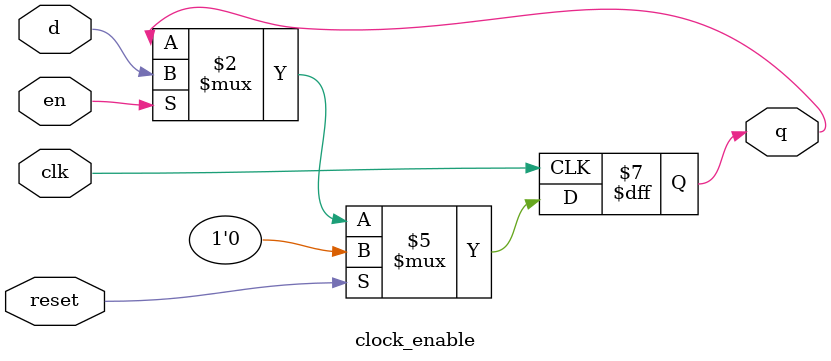
<source format=v>
`timescale 1ns / 1ps


module clock_enable(
input clk, 
    input reset,
    input en,
    input d,
    output reg q
    );
    
    always @(posedge clk) begin
        if (reset) begin
            q <= 1'b0;
        end
        else if (en) begin
            q <= d ;
        end
    end
    
endmodule
</source>
